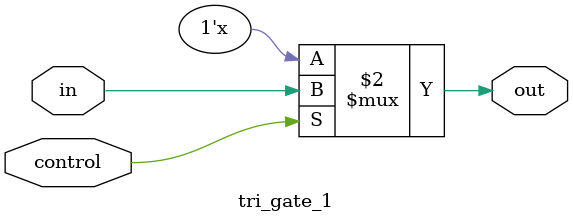
<source format=v>
module tri_gate_1(in,control,out);
	parameter width = 1;
	input [width-1:0] in;
	input control;
	output [width-1:0] out;

assign out = (control == 1'b0)? 1'bz : in; 

endmodule
</source>
